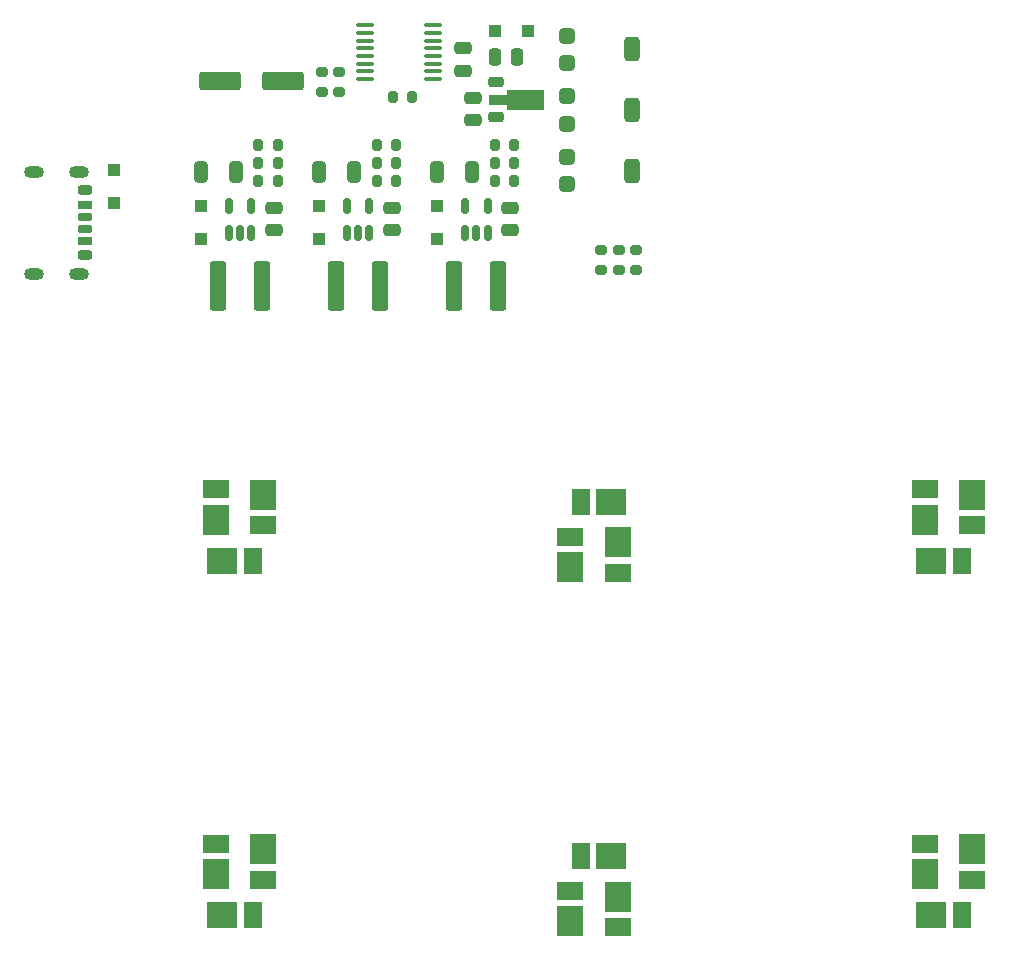
<source format=gtp>
G04 #@! TF.GenerationSoftware,KiCad,Pcbnew,9.0.1-rc2*
G04 #@! TF.CreationDate,2025-10-07T22:29:05-07:00*
G04 #@! TF.ProjectId,backlight,6261636b-6c69-4676-9874-2e6b69636164,rev?*
G04 #@! TF.SameCoordinates,Original*
G04 #@! TF.FileFunction,Paste,Top*
G04 #@! TF.FilePolarity,Positive*
%FSLAX46Y46*%
G04 Gerber Fmt 4.6, Leading zero omitted, Abs format (unit mm)*
G04 Created by KiCad (PCBNEW 9.0.1-rc2) date 2025-10-07 22:29:05*
%MOMM*%
%LPD*%
G01*
G04 APERTURE LIST*
G04 Aperture macros list*
%AMRoundRect*
0 Rectangle with rounded corners*
0 $1 Rounding radius*
0 $2 $3 $4 $5 $6 $7 $8 $9 X,Y pos of 4 corners*
0 Add a 4 corners polygon primitive as box body*
4,1,4,$2,$3,$4,$5,$6,$7,$8,$9,$2,$3,0*
0 Add four circle primitives for the rounded corners*
1,1,$1+$1,$2,$3*
1,1,$1+$1,$4,$5*
1,1,$1+$1,$6,$7*
1,1,$1+$1,$8,$9*
0 Add four rect primitives between the rounded corners*
20,1,$1+$1,$2,$3,$4,$5,0*
20,1,$1+$1,$4,$5,$6,$7,0*
20,1,$1+$1,$6,$7,$8,$9,0*
20,1,$1+$1,$8,$9,$2,$3,0*%
%AMFreePoly0*
4,1,9,3.862500,-0.866500,0.737500,-0.866500,0.737500,-0.450000,-0.737500,-0.450000,-0.737500,0.450000,0.737500,0.450000,0.737500,0.866500,3.862500,0.866500,3.862500,-0.866500,3.862500,-0.866500,$1*%
G04 Aperture macros list end*
%ADD10RoundRect,0.250000X0.300000X0.300000X-0.300000X0.300000X-0.300000X-0.300000X0.300000X-0.300000X0*%
%ADD11RoundRect,0.250000X-1.500000X-0.550000X1.500000X-0.550000X1.500000X0.550000X-1.500000X0.550000X0*%
%ADD12RoundRect,0.225000X-0.425000X-0.225000X0.425000X-0.225000X0.425000X0.225000X-0.425000X0.225000X0*%
%ADD13FreePoly0,0.000000*%
%ADD14RoundRect,0.250000X-0.300000X0.300000X-0.300000X-0.300000X0.300000X-0.300000X0.300000X0.300000X0*%
%ADD15RoundRect,0.250000X-0.250000X-0.475000X0.250000X-0.475000X0.250000X0.475000X-0.250000X0.475000X0*%
%ADD16RoundRect,0.250000X0.475000X-0.250000X0.475000X0.250000X-0.475000X0.250000X-0.475000X-0.250000X0*%
%ADD17RoundRect,0.200000X-0.200000X-0.275000X0.200000X-0.275000X0.200000X0.275000X-0.200000X0.275000X0*%
%ADD18RoundRect,0.150000X0.150000X-0.512500X0.150000X0.512500X-0.150000X0.512500X-0.150000X-0.512500X0*%
%ADD19RoundRect,0.200000X0.275000X-0.200000X0.275000X0.200000X-0.275000X0.200000X-0.275000X-0.200000X0*%
%ADD20RoundRect,0.250000X-0.325000X-0.650000X0.325000X-0.650000X0.325000X0.650000X-0.325000X0.650000X0*%
%ADD21R,1.550000X2.200000*%
%ADD22R,2.500000X2.200000*%
%ADD23RoundRect,0.250000X-0.475000X0.250000X-0.475000X-0.250000X0.475000X-0.250000X0.475000X0.250000X0*%
%ADD24R,2.200000X1.550000*%
%ADD25R,2.200000X2.500000*%
%ADD26RoundRect,0.100000X0.637500X0.100000X-0.637500X0.100000X-0.637500X-0.100000X0.637500X-0.100000X0*%
%ADD27RoundRect,0.200000X0.200000X0.275000X-0.200000X0.275000X-0.200000X-0.275000X0.200000X-0.275000X0*%
%ADD28RoundRect,0.249999X0.450001X1.850001X-0.450001X1.850001X-0.450001X-1.850001X0.450001X-1.850001X0*%
%ADD29RoundRect,0.250000X0.400000X-0.400000X0.400000X0.400000X-0.400000X0.400000X-0.400000X-0.400000X0*%
%ADD30RoundRect,0.250000X0.400000X-0.750000X0.400000X0.750000X-0.400000X0.750000X-0.400000X-0.750000X0*%
%ADD31RoundRect,0.200000X-0.275000X0.200000X-0.275000X-0.200000X0.275000X-0.200000X0.275000X0.200000X0*%
%ADD32O,1.700000X1.000000*%
%ADD33RoundRect,0.200000X-0.400000X0.200000X-0.400000X-0.200000X0.400000X-0.200000X0.400000X0.200000X0*%
%ADD34RoundRect,0.190000X-0.410000X0.190000X-0.410000X-0.190000X0.410000X-0.190000X0.410000X0.190000X0*%
%ADD35RoundRect,0.175000X0.425000X-0.175000X0.425000X0.175000X-0.425000X0.175000X-0.425000X-0.175000X0*%
%ADD36RoundRect,0.200000X0.400000X-0.200000X0.400000X0.200000X-0.400000X0.200000X-0.400000X-0.200000X0*%
%ADD37RoundRect,0.190000X0.410000X-0.190000X0.410000X0.190000X-0.410000X0.190000X-0.410000X-0.190000X0*%
%ADD38RoundRect,0.175000X-0.425000X0.175000X-0.425000X-0.175000X0.425000X-0.175000X0.425000X0.175000X0*%
G04 APERTURE END LIST*
D10*
X123600000Y-59700000D03*
X126400000Y-59700000D03*
D11*
X105700000Y-63900000D03*
X100300000Y-63900000D03*
D12*
X123750000Y-66962500D03*
D13*
X123837501Y-65462500D03*
D12*
X123750000Y-63962500D03*
D14*
X91400000Y-74199998D03*
X91400000Y-71400000D03*
D15*
X125499999Y-61900000D03*
X123600001Y-61900000D03*
D16*
X121750000Y-65300001D03*
X121750000Y-67199999D03*
D17*
X115243750Y-72350002D03*
X113593750Y-72350002D03*
D18*
X121093750Y-74487500D03*
X122993750Y-74487500D03*
X122993750Y-76762500D03*
X122043750Y-76762500D03*
X121093750Y-76762500D03*
D19*
X134100000Y-78245577D03*
X134100000Y-79895577D03*
D20*
X121693750Y-71587500D03*
X118743750Y-71587500D03*
D21*
X130875002Y-129500000D03*
D22*
X133450002Y-129500000D03*
D17*
X125243750Y-70850000D03*
X123593750Y-70850000D03*
X115243749Y-70850002D03*
X113593749Y-70850002D03*
D23*
X120887499Y-63038298D03*
X120887499Y-61138300D03*
D14*
X98743750Y-77300000D03*
X98743750Y-74500000D03*
D23*
X124893750Y-76537500D03*
X124893750Y-74637500D03*
X104893750Y-76537500D03*
X104893750Y-74637500D03*
D21*
X163125000Y-134500000D03*
D22*
X160550000Y-134500000D03*
D17*
X105243750Y-70850000D03*
X103593750Y-70850000D03*
D20*
X101693750Y-71587500D03*
X98743750Y-71587500D03*
D24*
X100000000Y-98475000D03*
D25*
X100000000Y-101050000D03*
D14*
X118743750Y-77300000D03*
X118743750Y-74500000D03*
X108743750Y-77300000D03*
X108743750Y-74500000D03*
D21*
X163125000Y-104500000D03*
D22*
X160550000Y-104500000D03*
D17*
X105243750Y-69350000D03*
X103593750Y-69350000D03*
D26*
X112649999Y-63738300D03*
X112649999Y-63088300D03*
X112649999Y-62438300D03*
X112649999Y-61788300D03*
X112649999Y-61138300D03*
X112649999Y-60488300D03*
X112649999Y-59838300D03*
X112649999Y-59188300D03*
X118374999Y-59188300D03*
X118374999Y-59838300D03*
X118374999Y-60488300D03*
X118374999Y-61138300D03*
X118374999Y-61788300D03*
X118374999Y-62438300D03*
X118374999Y-63088300D03*
X118374999Y-63738300D03*
D21*
X130875001Y-99499999D03*
D22*
X133450001Y-99499999D03*
D17*
X115243750Y-69350000D03*
X113593750Y-69350000D03*
D19*
X135600000Y-78245577D03*
X135600000Y-79895577D03*
D24*
X133999999Y-105524999D03*
D25*
X133999999Y-102949999D03*
D24*
X164000000Y-101525000D03*
D25*
X164000000Y-98950000D03*
D24*
X160000000Y-98475000D03*
D25*
X160000000Y-101050000D03*
D24*
X160000000Y-128475000D03*
D25*
X160000000Y-131050000D03*
D24*
X104000000Y-131525000D03*
D25*
X104000000Y-128950000D03*
D24*
X104000000Y-101525000D03*
D25*
X104000000Y-98950000D03*
D23*
X114893750Y-76537500D03*
X114893750Y-74637500D03*
D17*
X105243750Y-72350000D03*
X103593750Y-72350000D03*
D21*
X103125000Y-104500000D03*
D22*
X100550000Y-104500000D03*
D27*
X114987500Y-65263298D03*
X116637500Y-65263298D03*
D21*
X103125000Y-134500000D03*
D22*
X100550000Y-134500000D03*
D28*
X100193750Y-81237500D03*
X103893750Y-81237500D03*
D18*
X101093750Y-74487500D03*
X102993750Y-74487500D03*
X102993750Y-76762500D03*
X102043750Y-76762500D03*
X101093750Y-76762500D03*
D20*
X111693750Y-71587500D03*
X108743750Y-71587500D03*
D28*
X120193750Y-81237500D03*
X123893750Y-81237500D03*
D24*
X130000002Y-132475000D03*
D25*
X130000002Y-135050000D03*
D29*
X129737500Y-70354923D03*
D30*
X135237500Y-71504923D03*
D29*
X129737500Y-72654923D03*
X129737500Y-67504923D03*
D30*
X135237500Y-66354923D03*
D29*
X129737500Y-65204923D03*
D24*
X164000000Y-131525000D03*
D25*
X164000000Y-128950000D03*
D18*
X111093750Y-74487500D03*
X112993750Y-74487500D03*
X112993750Y-76762500D03*
X112043750Y-76762500D03*
X111093750Y-76762500D03*
D31*
X110425000Y-64813300D03*
X110425000Y-63163300D03*
D17*
X125243750Y-72339998D03*
X123593750Y-72339998D03*
X125243750Y-69350000D03*
X123593750Y-69350000D03*
D19*
X132600000Y-78245577D03*
X132600000Y-79895577D03*
D29*
X129737500Y-62354923D03*
D30*
X135237500Y-61204923D03*
D29*
X129737500Y-60054923D03*
D24*
X100000000Y-128475000D03*
D25*
X100000000Y-131050000D03*
D32*
X84600000Y-80220000D03*
X88400000Y-80220000D03*
X84600000Y-71580000D03*
X88400000Y-71580000D03*
D33*
X88900000Y-73150000D03*
D34*
X88900000Y-74380000D03*
D35*
X88899999Y-76400000D03*
D36*
X88900000Y-78650000D03*
D37*
X88900000Y-77420000D03*
D38*
X88899999Y-75400000D03*
D24*
X134000000Y-135525000D03*
D25*
X134000000Y-132950000D03*
D31*
X108950000Y-64813300D03*
X108950000Y-63163300D03*
D24*
X130000001Y-102474999D03*
D25*
X130000001Y-105049999D03*
D28*
X110193750Y-81237500D03*
X113893750Y-81237500D03*
M02*

</source>
